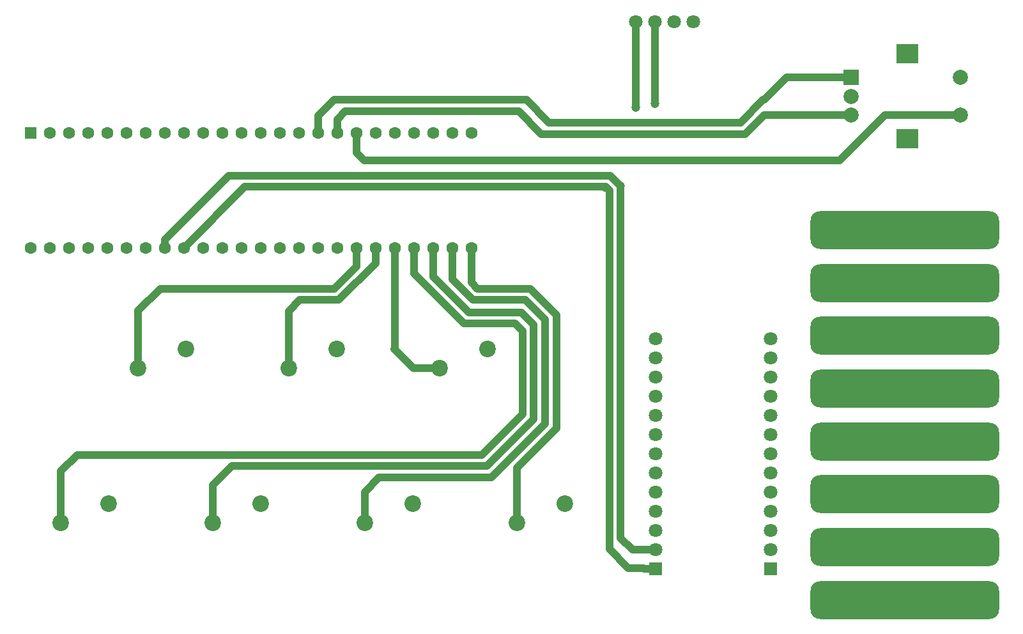
<source format=gbr>
%TF.GenerationSoftware,KiCad,Pcbnew,8.0.6*%
%TF.CreationDate,2024-11-07T12:50:36-05:00*%
%TF.ProjectId,minichord,6d696e69-6368-46f7-9264-2e6b69636164,rev?*%
%TF.SameCoordinates,Original*%
%TF.FileFunction,Copper,L1,Top*%
%TF.FilePolarity,Positive*%
%FSLAX46Y46*%
G04 Gerber Fmt 4.6, Leading zero omitted, Abs format (unit mm)*
G04 Created by KiCad (PCBNEW 8.0.6) date 2024-11-07 12:50:36*
%MOMM*%
%LPD*%
G01*
G04 APERTURE LIST*
G04 Aperture macros list*
%AMRoundRect*
0 Rectangle with rounded corners*
0 $1 Rounding radius*
0 $2 $3 $4 $5 $6 $7 $8 $9 X,Y pos of 4 corners*
0 Add a 4 corners polygon primitive as box body*
4,1,4,$2,$3,$4,$5,$6,$7,$8,$9,$2,$3,0*
0 Add four circle primitives for the rounded corners*
1,1,$1+$1,$2,$3*
1,1,$1+$1,$4,$5*
1,1,$1+$1,$6,$7*
1,1,$1+$1,$8,$9*
0 Add four rect primitives between the rounded corners*
20,1,$1+$1,$2,$3,$4,$5,0*
20,1,$1+$1,$4,$5,$6,$7,0*
20,1,$1+$1,$6,$7,$8,$9,0*
20,1,$1+$1,$8,$9,$2,$3,0*%
G04 Aperture macros list end*
%TA.AperFunction,ComponentPad*%
%ADD10R,2.000000X2.000000*%
%TD*%
%TA.AperFunction,ComponentPad*%
%ADD11C,2.000000*%
%TD*%
%TA.AperFunction,ComponentPad*%
%ADD12R,3.000000X2.500000*%
%TD*%
%TA.AperFunction,ComponentPad*%
%ADD13C,1.800000*%
%TD*%
%TA.AperFunction,ComponentPad*%
%ADD14C,2.200000*%
%TD*%
%TA.AperFunction,HeatsinkPad*%
%ADD15RoundRect,1.250000X-11.250000X-1.250000X11.250000X-1.250000X11.250000X1.250000X-11.250000X1.250000X0*%
%TD*%
%TA.AperFunction,ComponentPad*%
%ADD16R,1.800000X1.800000*%
%TD*%
%TA.AperFunction,ComponentPad*%
%ADD17R,1.600000X1.600000*%
%TD*%
%TA.AperFunction,ComponentPad*%
%ADD18C,1.600000*%
%TD*%
%TA.AperFunction,ViaPad*%
%ADD19C,1.200000*%
%TD*%
%TA.AperFunction,Conductor*%
%ADD20C,1.000000*%
%TD*%
G04 APERTURE END LIST*
D10*
%TO.P,SW8,A,A*%
%TO.N,ENCODER1*%
X172500000Y-52000000D03*
D11*
%TO.P,SW8,B,B*%
%TO.N,ENCODER2*%
X172500000Y-57000000D03*
%TO.P,SW8,C,C*%
%TO.N,GND*%
X172500000Y-54500000D03*
D12*
%TO.P,SW8,MP*%
%TO.N,N/C*%
X180000000Y-48900000D03*
X180000000Y-60100000D03*
D11*
%TO.P,SW8,S1,S1*%
%TO.N,GND*%
X187000000Y-52000000D03*
%TO.P,SW8,S2,S2*%
%TO.N,ENCODERBUTTON*%
X187000000Y-57000000D03*
%TD*%
D13*
%TO.P,Adafruit_SSD1306,1,SDA*%
%TO.N,SDA*%
X144014000Y-44616000D03*
%TO.P,Adafruit_SSD1306,2,SCL*%
%TO.N,SCL*%
X146554000Y-44616000D03*
%TO.P,Adafruit_SSD1306,3,VIN*%
%TO.N,+3.3V*%
X149094000Y-44616000D03*
%TO.P,Adafruit_SSD1306,4,GND*%
%TO.N,GND*%
X151634000Y-44616000D03*
%TD*%
D14*
%TO.P,SW7,1,1*%
%TO.N,GND*%
X84410000Y-88000000D03*
%TO.P,SW7,2,2*%
%TO.N,BUTTON7*%
X78060000Y-90540000D03*
%TD*%
D15*
%TO.P,8exposedTrack1,1,PIN1*%
%TO.N,TRACK1*%
X179620000Y-72240000D03*
%TO.P,8exposedTrack1,2,PIN2*%
%TO.N,TRACK2*%
X179620000Y-79240000D03*
%TO.P,8exposedTrack1,3,PIN3*%
%TO.N,TRACK3*%
X179620000Y-86240000D03*
%TO.P,8exposedTrack1,4,PIN4*%
%TO.N,TRACK4*%
X179620000Y-93240000D03*
%TO.P,8exposedTrack1,5,PIN5*%
%TO.N,TRACK5*%
X179620000Y-100240000D03*
%TO.P,8exposedTrack1,6,PIN6*%
%TO.N,TRACK6*%
X179620000Y-107240000D03*
%TO.P,8exposedTrack1,7,PIN7*%
%TO.N,TRACK7*%
X179620000Y-114240000D03*
%TO.P,8exposedTrack1,8,PIN8*%
%TO.N,TRACK8*%
X179620000Y-121240000D03*
%TD*%
D14*
%TO.P,SW6,1,1*%
%TO.N,GND*%
X104370000Y-88000000D03*
%TO.P,SW6,2,2*%
%TO.N,BUTTON6*%
X98020000Y-90540000D03*
%TD*%
%TO.P,SW5,1,1*%
%TO.N,GND*%
X124330000Y-88000000D03*
%TO.P,SW5,2,2*%
%TO.N,BUTTON5*%
X117980000Y-90540000D03*
%TD*%
%TO.P,SW3,1,1*%
%TO.N,GND*%
X94300000Y-108460000D03*
%TO.P,SW3,2,2*%
%TO.N,BUTTON3*%
X87950000Y-111000000D03*
%TD*%
%TO.P,SW4,1,1*%
%TO.N,GND*%
X74160000Y-108460000D03*
%TO.P,SW4,2,2*%
%TO.N,BUTTON4*%
X67810000Y-111000000D03*
%TD*%
%TO.P,SW1,1,1*%
%TO.N,GND*%
X134580000Y-108460000D03*
%TO.P,SW1,2,2*%
%TO.N,BUTTON1*%
X128230000Y-111000000D03*
%TD*%
%TO.P,SW2,1,1*%
%TO.N,GND*%
X114440000Y-108460000D03*
%TO.P,SW2,2,2*%
%TO.N,BUTTON2*%
X108090000Y-111000000D03*
%TD*%
D16*
%TO.P,adafruit1,1,SDA/MISO*%
%TO.N,SDA*%
X146620000Y-117100000D03*
D13*
%TO.P,adafruit1,2,SCK*%
%TO.N,SCL*%
X146620000Y-114560000D03*
%TO.P,adafruit1,3,VIN*%
%TO.N,+3.3V*%
X146620000Y-112020000D03*
%TO.P,adafruit1,4,GND*%
%TO.N,GND*%
X146620000Y-109480000D03*
%TO.P,adafruit1,5,LED1*%
%TO.N,unconnected-(adafruit1-LED1-Pad5)*%
X146620000Y-106940000D03*
%TO.P,adafruit1,6,LED2*%
%TO.N,unconnected-(adafruit1-LED2-Pad6)*%
X146620000Y-104400000D03*
%TO.P,adafruit1,7,LED3*%
%TO.N,unconnected-(adafruit1-LED3-Pad7)*%
X146620000Y-101860000D03*
%TO.P,adafruit1,8,LED4*%
%TO.N,unconnected-(adafruit1-LED4-Pad8)*%
X146620000Y-99320000D03*
%TO.P,adafruit1,9,LED5*%
%TO.N,unconnected-(adafruit1-LED5-Pad9)*%
X146620000Y-96780000D03*
%TO.P,adafruit1,10,LED6*%
%TO.N,unconnected-(adafruit1-LED6-Pad10)*%
X146620000Y-94240000D03*
%TO.P,adafruit1,11,LED7*%
%TO.N,unconnected-(adafruit1-LED7-Pad11)*%
X146620000Y-91700000D03*
%TO.P,adafruit1,12,LED8*%
%TO.N,unconnected-(adafruit1-LED8-Pad12)*%
X146620000Y-89160000D03*
%TO.P,adafruit1,13,IRQ*%
%TO.N,unconnected-(adafruit1-IRQ-Pad13)*%
X146620000Y-86620000D03*
D16*
%TO.P,adafruit1,14,MOSI*%
%TO.N,unconnected-(adafruit1-MOSI-Pad14)*%
X161860000Y-117100000D03*
D13*
%TO.P,adafruit1,15,CS*%
%TO.N,unconnected-(adafruit1-CS-Pad15)*%
X161860000Y-114560000D03*
%TO.P,adafruit1,16,RESET*%
%TO.N,CAP RESET*%
X161860000Y-112020000D03*
%TO.P,adafruit1,17,3VA*%
%TO.N,unconnected-(adafruit1-3VA-Pad17)*%
X161860000Y-109480000D03*
%TO.P,adafruit1,18,C1*%
%TO.N,TRACK1*%
X161860000Y-106940000D03*
%TO.P,adafruit1,19,C2*%
%TO.N,TRACK2*%
X161860000Y-104400000D03*
%TO.P,adafruit1,20,C3*%
%TO.N,TRACK3*%
X161860000Y-101860000D03*
%TO.P,adafruit1,21,C4*%
%TO.N,TRACK4*%
X161860000Y-99320000D03*
%TO.P,adafruit1,22,C5*%
%TO.N,TRACK5*%
X161860000Y-96780000D03*
%TO.P,adafruit1,23,C6*%
%TO.N,TRACK6*%
X161860000Y-94240000D03*
%TO.P,adafruit1,24,C7*%
%TO.N,TRACK7*%
X161860000Y-91700000D03*
%TO.P,adafruit1,25,C8*%
%TO.N,TRACK8*%
X161860000Y-89160000D03*
%TO.P,adafruit1,26,AD*%
%TO.N,unconnected-(adafruit1-AD-Pad26)*%
X161860000Y-86620000D03*
%TD*%
D17*
%TO.P,U1,1,GND*%
%TO.N,GND*%
X63790000Y-59380000D03*
D18*
%TO.P,U1,2,0_RX1_CRX2_CS1*%
%TO.N,unconnected-(U1-0_RX1_CRX2_CS1-Pad2)*%
X66330000Y-59380000D03*
%TO.P,U1,3,1_TX1_CTX2_MISO1*%
%TO.N,unconnected-(U1-1_TX1_CTX2_MISO1-Pad3)*%
X68870000Y-59380000D03*
%TO.P,U1,4,2_OUT2*%
%TO.N,unconnected-(U1-2_OUT2-Pad4)*%
X71410000Y-59380000D03*
%TO.P,U1,5,3_LRCLK2*%
%TO.N,unconnected-(U1-3_LRCLK2-Pad5)*%
X73950000Y-59380000D03*
%TO.P,U1,6,4_BCLK2*%
%TO.N,unconnected-(U1-4_BCLK2-Pad6)*%
X76490000Y-59380000D03*
%TO.P,U1,7,5_IN2*%
%TO.N,unconnected-(U1-5_IN2-Pad7)*%
X79030000Y-59380000D03*
%TO.P,U1,8,6_OUT1D*%
%TO.N,unconnected-(U1-6_OUT1D-Pad8)*%
X81570000Y-59380000D03*
%TO.P,U1,9,7_RX2_OUT1A*%
%TO.N,unconnected-(U1-7_RX2_OUT1A-Pad9)*%
X84110000Y-59380000D03*
%TO.P,U1,10,8_TX2_IN1*%
%TO.N,unconnected-(U1-8_TX2_IN1-Pad10)*%
X86650000Y-59380000D03*
%TO.P,U1,11,9_OUT1C*%
%TO.N,unconnected-(U1-9_OUT1C-Pad11)*%
X89190000Y-59380000D03*
%TO.P,U1,12,10_CS_MQSR*%
%TO.N,unconnected-(U1-10_CS_MQSR-Pad12)*%
X91730000Y-59380000D03*
%TO.P,U1,13,11_MOSI_CTX1*%
%TO.N,unconnected-(U1-11_MOSI_CTX1-Pad13)*%
X94270000Y-59380000D03*
%TO.P,U1,14,12_MISO_MQSL*%
%TO.N,unconnected-(U1-12_MISO_MQSL-Pad14)*%
X96810000Y-59380000D03*
%TO.P,U1,15,3V3*%
%TO.N,+3.3V*%
X99350000Y-59380000D03*
%TO.P,U1,16,24_A10_TX6_SCL2*%
%TO.N,ENCODER1*%
X101890000Y-59380000D03*
%TO.P,U1,17,25_A11_RX6_SDA2*%
%TO.N,ENCODER2*%
X104430000Y-59380000D03*
%TO.P,U1,18,26_A12_MOSI1*%
%TO.N,ENCODERBUTTON*%
X106970000Y-59380000D03*
%TO.P,U1,19,27_A13_SCK1*%
%TO.N,unconnected-(U1-27_A13_SCK1-Pad19)*%
X109510000Y-59380000D03*
%TO.P,U1,20,28_RX7*%
%TO.N,unconnected-(U1-28_RX7-Pad20)*%
X112050000Y-59380000D03*
%TO.P,U1,21,29_TX7*%
%TO.N,unconnected-(U1-29_TX7-Pad21)*%
X114590000Y-59380000D03*
%TO.P,U1,22,30_CRX3*%
%TO.N,unconnected-(U1-30_CRX3-Pad22)*%
X117130000Y-59380000D03*
%TO.P,U1,23,31_CTX3*%
%TO.N,unconnected-(U1-31_CTX3-Pad23)*%
X119670000Y-59380000D03*
%TO.P,U1,24,32_OUT1B*%
%TO.N,unconnected-(U1-32_OUT1B-Pad24)*%
X122210000Y-59380000D03*
%TO.P,U1,25,33_MCLK2*%
%TO.N,BUTTON1*%
X122210000Y-74620000D03*
%TO.P,U1,26,34_RX8*%
%TO.N,BUTTON2*%
X119670000Y-74620000D03*
%TO.P,U1,27,35_TX8*%
%TO.N,BUTTON3*%
X117130000Y-74620000D03*
%TO.P,U1,28,36_CS*%
%TO.N,BUTTON4*%
X114590000Y-74620000D03*
%TO.P,U1,29,37_CS*%
%TO.N,BUTTON5*%
X112050000Y-74620000D03*
%TO.P,U1,30,38_A14_CS1_IN1*%
%TO.N,BUTTON6*%
X109510000Y-74620000D03*
%TO.P,U1,31,39_A15_MISO1_OUT1A*%
%TO.N,BUTTON7*%
X106970000Y-74620000D03*
%TO.P,U1,32,40_A16*%
%TO.N,unconnected-(U1-40_A16-Pad32)*%
X104430000Y-74620000D03*
%TO.P,U1,33,41_A17*%
%TO.N,unconnected-(U1-41_A17-Pad33)*%
X101890000Y-74620000D03*
%TO.P,U1,34,GND*%
%TO.N,GND*%
X99350000Y-74620000D03*
%TO.P,U1,35,13_SCK_LED*%
%TO.N,unconnected-(U1-13_SCK_LED-Pad35)*%
X96810000Y-74620000D03*
%TO.P,U1,36,14_A0_TX3_SPDIF_OUT*%
%TO.N,unconnected-(U1-14_A0_TX3_SPDIF_OUT-Pad36)*%
X94270000Y-74620000D03*
%TO.P,U1,37,15_A1_RX3_SPDIF_IN*%
%TO.N,unconnected-(U1-15_A1_RX3_SPDIF_IN-Pad37)*%
X91730000Y-74620000D03*
%TO.P,U1,38,16_A2_RX4_SCL1*%
%TO.N,unconnected-(U1-16_A2_RX4_SCL1-Pad38)*%
X89190000Y-74620000D03*
%TO.P,U1,39,17_A3_TX4_SDA1*%
%TO.N,unconnected-(U1-17_A3_TX4_SDA1-Pad39)*%
X86650000Y-74620000D03*
%TO.P,U1,40,18_A4_SDA*%
%TO.N,SDA*%
X84110000Y-74620000D03*
%TO.P,U1,41,19_A5_SCL*%
%TO.N,SCL*%
X81570000Y-74620000D03*
%TO.P,U1,42,20_A6_TX5_LRCLK1*%
%TO.N,unconnected-(U1-20_A6_TX5_LRCLK1-Pad42)*%
X79030000Y-74620000D03*
%TO.P,U1,43,21_A7_RX5_BCLK1*%
%TO.N,unconnected-(U1-21_A7_RX5_BCLK1-Pad43)*%
X76490000Y-74620000D03*
%TO.P,U1,44,22_A8_CTX1*%
%TO.N,unconnected-(U1-22_A8_CTX1-Pad44)*%
X73950000Y-74620000D03*
%TO.P,U1,45,23_A9_CRX1_MCLK1*%
%TO.N,unconnected-(U1-23_A9_CRX1_MCLK1-Pad45)*%
X71410000Y-74620000D03*
%TO.P,U1,46,3V3*%
%TO.N,+3.3V*%
X68870000Y-74620000D03*
%TO.P,U1,47,GND*%
%TO.N,unconnected-(U1-GND-Pad47)*%
X66330000Y-74620000D03*
%TO.P,U1,48,VIN*%
%TO.N,unconnected-(U1-VIN-Pad48)*%
X63790000Y-74620000D03*
%TD*%
D19*
%TO.N,SCL*%
X142000000Y-66378680D03*
%TO.N,SDA*%
X139929289Y-66600000D03*
%TO.N,SCL*%
X146554000Y-55446000D03*
%TO.N,SDA*%
X144000000Y-56000000D03*
%TO.N,TRACK5*%
X179620000Y-100240000D03*
%TO.N,TRACK1*%
X179620000Y-72240000D03*
%TO.N,TRACK4*%
X179620000Y-93240000D03*
%TO.N,TRACK2*%
X179620000Y-79240000D03*
%TO.N,TRACK6*%
X179620000Y-107240000D03*
%TO.N,TRACK8*%
X179620000Y-121240000D03*
%TO.N,TRACK7*%
X179620000Y-114240000D03*
%TO.N,TRACK3*%
X179620000Y-85400000D03*
%TD*%
D20*
%TO.N,SCL*%
X146554000Y-55446000D02*
X146554000Y-44616000D01*
X81570000Y-74620000D02*
X81570000Y-73488630D01*
X142000000Y-113000000D02*
X143560000Y-114560000D01*
X143560000Y-114560000D02*
X146620000Y-114560000D01*
X81570000Y-73488630D02*
X90058630Y-65000000D01*
X90058630Y-65000000D02*
X140621320Y-65000000D01*
X142000000Y-66378680D02*
X142000000Y-113000000D01*
X140621320Y-65000000D02*
X142000000Y-66378680D01*
%TO.N,SDA*%
X84110000Y-74620000D02*
X84110000Y-74614415D01*
X92224415Y-66500000D02*
X140000000Y-66500000D01*
X84110000Y-74614415D02*
X92224415Y-66500000D01*
X140000000Y-66500000D02*
X140500000Y-67000000D01*
X145100000Y-117100000D02*
X146620000Y-117100000D01*
X140500000Y-67000000D02*
X140500000Y-114500000D01*
X140500000Y-114500000D02*
X143000000Y-117000000D01*
X143000000Y-117000000D02*
X145000000Y-117000000D01*
X145000000Y-117000000D02*
X145100000Y-117100000D01*
X144014000Y-44616000D02*
X144014000Y-55986000D01*
X144014000Y-55986000D02*
X144000000Y-56000000D01*
%TO.N,BUTTON1*%
X133500000Y-83500000D02*
X133500000Y-98500000D01*
X122210000Y-74620000D02*
X122210000Y-79210000D01*
X128230000Y-103770000D02*
X128230000Y-111000000D01*
X130000000Y-80000000D02*
X133500000Y-83500000D01*
X133500000Y-98500000D02*
X128230000Y-103770000D01*
X122210000Y-79210000D02*
X123000000Y-80000000D01*
X123000000Y-80000000D02*
X130000000Y-80000000D01*
%TO.N,BUTTON2*%
X129378680Y-81500000D02*
X132000000Y-84121320D01*
X132000000Y-84121320D02*
X132000000Y-97878680D01*
X132000000Y-97878680D02*
X124878680Y-105000000D01*
X124878680Y-105000000D02*
X110000000Y-105000000D01*
X119670000Y-74620000D02*
X119670000Y-78791320D01*
X110000000Y-105000000D02*
X108090000Y-106910000D01*
X122378680Y-81500000D02*
X129378680Y-81500000D01*
X108090000Y-106910000D02*
X108090000Y-111000000D01*
X119670000Y-78791320D02*
X122378680Y-81500000D01*
%TO.N,BUTTON3*%
X121878680Y-83121320D02*
X128878680Y-83121320D01*
X124257360Y-103500000D02*
X90500000Y-103500000D01*
X90500000Y-103500000D02*
X87950000Y-106050000D01*
X130500000Y-84742640D02*
X130500000Y-97257360D01*
X128878680Y-83121320D02*
X130500000Y-84742640D01*
X117130000Y-78372640D02*
X121878680Y-83121320D01*
X130500000Y-97257360D02*
X124257360Y-103500000D01*
X117130000Y-74620000D02*
X117130000Y-78372640D01*
X87950000Y-106050000D02*
X87950000Y-111000000D01*
%TO.N,BUTTON4*%
X129000000Y-85621320D02*
X129000000Y-96636040D01*
X121257360Y-84621320D02*
X128000000Y-84621320D01*
X114590000Y-77953960D02*
X121257360Y-84621320D01*
X128000000Y-84621320D02*
X129000000Y-85621320D01*
X123636040Y-102000000D02*
X70000000Y-102000000D01*
X67810000Y-104190000D02*
X67810000Y-111000000D01*
X129000000Y-96636040D02*
X123636040Y-102000000D01*
X114590000Y-74620000D02*
X114590000Y-77953960D01*
X70000000Y-102000000D02*
X67810000Y-104190000D01*
%TO.N,BUTTON5*%
X114540000Y-90540000D02*
X112000000Y-88000000D01*
X112050000Y-87950000D02*
X112050000Y-74620000D01*
X117980000Y-90540000D02*
X114540000Y-90540000D01*
X112000000Y-88000000D02*
X112050000Y-87950000D01*
%TO.N,BUTTON6*%
X98020000Y-83020000D02*
X98020000Y-90540000D01*
X109510000Y-74620000D02*
X109510000Y-76611320D01*
X99500000Y-81500000D02*
X98000000Y-83000000D01*
X104621320Y-81500000D02*
X99500000Y-81500000D01*
X109510000Y-76611320D02*
X104621320Y-81500000D01*
X98000000Y-83000000D02*
X98020000Y-83020000D01*
%TO.N,BUTTON7*%
X104000000Y-80000000D02*
X106970000Y-77030000D01*
X78060000Y-82940000D02*
X81000000Y-80000000D01*
X81000000Y-80000000D02*
X104000000Y-80000000D01*
X78060000Y-90540000D02*
X78060000Y-82940000D01*
X106970000Y-77030000D02*
X106970000Y-74620000D01*
%TO.N,ENCODER1*%
X157878680Y-58000000D02*
X132500000Y-58000000D01*
X129500000Y-55000000D02*
X104000000Y-55000000D01*
X164000000Y-52000000D02*
X161000000Y-55000000D01*
X161000000Y-55000000D02*
X160878680Y-55000000D01*
X172500000Y-52000000D02*
X164000000Y-52000000D01*
X101890000Y-57110000D02*
X101890000Y-59380000D01*
X160878680Y-55000000D02*
X157878680Y-58000000D01*
X104000000Y-55000000D02*
X101890000Y-57110000D01*
X132500000Y-58000000D02*
X129500000Y-55000000D01*
%TO.N,ENCODER2*%
X105500000Y-56500000D02*
X104430000Y-57570000D01*
X172500000Y-57000000D02*
X161000000Y-57000000D01*
X131500000Y-59500000D02*
X128500000Y-56500000D01*
X104430000Y-57570000D02*
X104430000Y-59380000D01*
X161000000Y-57000000D02*
X158500000Y-59500000D01*
X158500000Y-59500000D02*
X131500000Y-59500000D01*
X128500000Y-56500000D02*
X105500000Y-56500000D01*
%TO.N,ENCODERBUTTON*%
X187000000Y-57000000D02*
X177000000Y-57000000D01*
X107000000Y-61000000D02*
X106970000Y-60970000D01*
X107000000Y-62000000D02*
X107000000Y-61000000D01*
X106970000Y-60970000D02*
X106970000Y-59380000D01*
X171000000Y-63000000D02*
X108000000Y-63000000D01*
X177000000Y-57000000D02*
X171000000Y-63000000D01*
X108000000Y-63000000D02*
X107000000Y-62000000D01*
%TD*%
M02*

</source>
